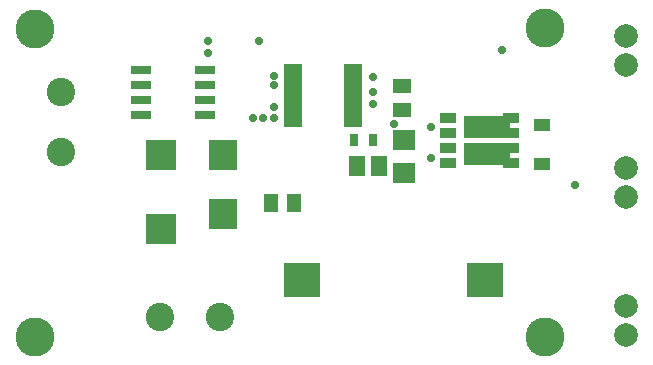
<source format=gts>
G04*
G04 #@! TF.GenerationSoftware,Altium Limited,Altium Designer,22.1.2 (22)*
G04*
G04 Layer_Color=8388736*
%FSLAX44Y44*%
%MOMM*%
G71*
G04*
G04 #@! TF.SameCoordinates,4243E080-38CA-47FB-8023-FD6126139483*
G04*
G04*
G04 #@! TF.FilePolarity,Negative*
G04*
G01*
G75*
%ADD28R,1.5032X1.3032*%
%ADD29R,1.7532X0.8032*%
%ADD30R,2.6332X2.5732*%
%ADD31R,1.3032X1.5032*%
%ADD32R,0.7532X1.0032*%
%ADD33R,1.3532X1.6532*%
%ADD34R,2.4332X2.5732*%
%ADD35R,1.6500X0.9300*%
%ADD36R,1.4732X0.8132*%
%ADD37R,1.9532X1.8032*%
%ADD38R,1.4232X1.1132*%
%ADD39R,3.1232X2.9932*%
%ADD40R,4.0132X1.8532*%
%ADD41C,2.0032*%
%ADD42C,2.4032*%
%ADD43C,3.3032*%
%ADD44C,0.7032*%
D28*
X339526Y247490D02*
D03*
Y227490D02*
D03*
D29*
X118720Y261380D02*
D03*
Y248680D02*
D03*
Y235980D02*
D03*
Y223280D02*
D03*
X172720Y261380D02*
D03*
Y248680D02*
D03*
Y235980D02*
D03*
Y223280D02*
D03*
D30*
X135890Y127080D02*
D03*
Y189480D02*
D03*
D31*
X228760Y148590D02*
D03*
X248760D02*
D03*
D32*
X315090Y201930D02*
D03*
X299590D02*
D03*
D33*
X320150Y180340D02*
D03*
X302150D02*
D03*
D34*
X187960Y139830D02*
D03*
Y189230D02*
D03*
D35*
X298750Y217805D02*
D03*
Y224155D02*
D03*
Y230505D02*
D03*
Y236855D02*
D03*
Y243205D02*
D03*
Y249555D02*
D03*
Y255905D02*
D03*
Y262255D02*
D03*
X247350Y217805D02*
D03*
Y224155D02*
D03*
Y230505D02*
D03*
Y236855D02*
D03*
Y243205D02*
D03*
Y249555D02*
D03*
Y255905D02*
D03*
Y262255D02*
D03*
D36*
X431830Y182880D02*
D03*
Y195580D02*
D03*
Y208280D02*
D03*
Y220980D02*
D03*
X378430Y182880D02*
D03*
Y195580D02*
D03*
Y208280D02*
D03*
Y220980D02*
D03*
D37*
X341630Y173960D02*
D03*
Y201960D02*
D03*
D38*
X458470Y214470D02*
D03*
Y181770D02*
D03*
D39*
X255440Y83820D02*
D03*
X410040D02*
D03*
D40*
X411958Y190396D02*
D03*
Y213500D02*
D03*
D41*
X529590Y37030D02*
D03*
Y62030D02*
D03*
Y153870D02*
D03*
Y178870D02*
D03*
Y265630D02*
D03*
Y290630D02*
D03*
D42*
X50800Y242570D02*
D03*
Y191770D02*
D03*
X134620Y52070D02*
D03*
X185420D02*
D03*
D43*
X461010Y35560D02*
D03*
Y297180D02*
D03*
X29210Y295910D02*
D03*
Y35560D02*
D03*
D44*
X332740Y215900D02*
D03*
X314960Y232410D02*
D03*
Y242570D02*
D03*
X364490Y186690D02*
D03*
X213360Y220980D02*
D03*
X175260Y275590D02*
D03*
X486410Y163830D02*
D03*
X222250Y220980D02*
D03*
X231140D02*
D03*
X175260Y285750D02*
D03*
X231140Y229870D02*
D03*
X424180Y278130D02*
D03*
X231140Y256540D02*
D03*
Y248920D02*
D03*
X218440Y285750D02*
D03*
X314960Y255270D02*
D03*
X364490Y213360D02*
D03*
M02*

</source>
